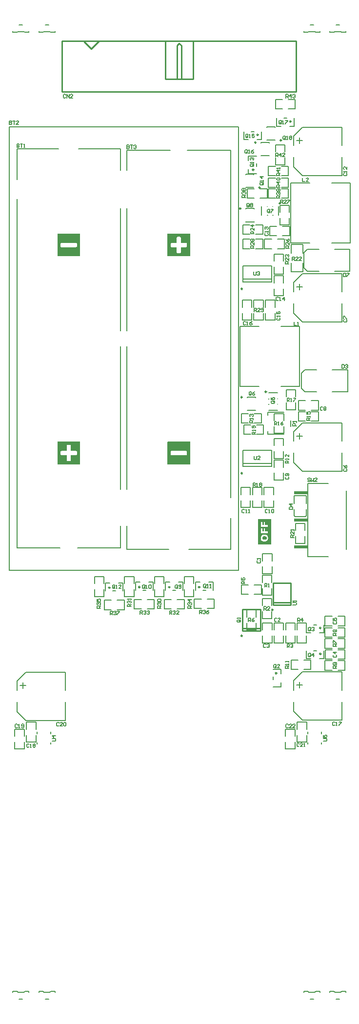
<source format=gto>
G04*
G04 #@! TF.GenerationSoftware,Altium Limited,Altium Designer,18.0.12 (696)*
G04*
G04 Layer_Color=65535*
%FSLAX44Y44*%
%MOMM*%
G71*
G01*
G75*
%ADD10C,0.2500*%
%ADD11C,0.1000*%
%ADD12C,0.2000*%
%ADD13C,0.2540*%
%ADD14C,0.2286*%
%ADD15C,0.1500*%
%ADD16R,2.4130X0.5080*%
G36*
X409000Y-834000D02*
X386537D01*
Y-790059D01*
X409000D01*
Y-834000D01*
D02*
G37*
G36*
X268485Y-655852D02*
X268537Y-655904D01*
X268589Y-656008D01*
Y-694748D01*
Y-694800D01*
X268537Y-694853D01*
X268485Y-694905D01*
X268381Y-694957D01*
X229536D01*
X229484Y-694853D01*
X229432Y-694748D01*
Y-656008D01*
Y-655956D01*
Y-655904D01*
X229536Y-655852D01*
X229640Y-655800D01*
X268433D01*
X268485Y-655852D01*
D02*
G37*
G36*
X77485D02*
X77537Y-655904D01*
X77589Y-656008D01*
Y-694748D01*
Y-694800D01*
X77537Y-694853D01*
X77485Y-694905D01*
X77380Y-694957D01*
X38536D01*
X38484Y-694853D01*
X38432Y-694748D01*
Y-656008D01*
Y-655956D01*
Y-655904D01*
X38536Y-655852D01*
X38640Y-655800D01*
X77433D01*
X77485Y-655852D01*
D02*
G37*
G36*
X77516Y-294947D02*
X77568Y-295052D01*
Y-333792D01*
Y-333844D01*
Y-333896D01*
X77464Y-333948D01*
X77360Y-334000D01*
X38568D01*
X38515Y-333948D01*
X38463Y-333896D01*
X38411Y-333792D01*
Y-295052D01*
Y-295000D01*
X38463Y-294947D01*
X38515Y-294895D01*
X38619Y-294843D01*
X77464D01*
X77516Y-294947D01*
D02*
G37*
G36*
X268516D02*
X268568Y-295052D01*
Y-333792D01*
Y-333844D01*
Y-333896D01*
X268464Y-333948D01*
X268360Y-334000D01*
X229568D01*
X229515Y-333948D01*
X229463Y-333896D01*
X229411Y-333792D01*
Y-295052D01*
Y-295000D01*
X229463Y-294947D01*
X229515Y-294895D01*
X229620Y-294843D01*
X268464D01*
X268516Y-294947D01*
D02*
G37*
%LPC*%
G36*
X403745Y-795068D02*
X391791D01*
Y-803639D01*
X403745D01*
Y-795068D01*
D02*
G37*
G36*
Y-805761D02*
X391791D01*
Y-814332D01*
X403745D01*
Y-811253D01*
X398642D01*
Y-806163D01*
X396326D01*
Y-811253D01*
X394107D01*
Y-805761D01*
X403745D01*
D01*
D02*
G37*
G36*
X403995Y-816689D02*
X391541D01*
Y-828990D01*
D01*
Y-822847D01*
X391555Y-823374D01*
X391611Y-823873D01*
X391694Y-824331D01*
X391805Y-824774D01*
X391930Y-825177D01*
X392068Y-825551D01*
X392221Y-825884D01*
X392374Y-826189D01*
X392540Y-826466D01*
X392692Y-826702D01*
X392831Y-826896D01*
X392956Y-827063D01*
X393067Y-827201D01*
X393150Y-827285D01*
X393206Y-827354D01*
X393219Y-827368D01*
X393552Y-827659D01*
X393899Y-827909D01*
X394260Y-828117D01*
X394634Y-828311D01*
X395022Y-828463D01*
X395397Y-828588D01*
X395771Y-828699D01*
X396132Y-828782D01*
X396465Y-828852D01*
X396784Y-828907D01*
X397061Y-828935D01*
X397311Y-828963D01*
X397505Y-828977D01*
X397588Y-828990D01*
X397782D01*
X398309Y-828977D01*
X398795Y-828921D01*
X399266Y-828838D01*
X399696Y-828741D01*
X400098Y-828616D01*
X400473Y-828477D01*
X400819Y-828325D01*
X401124Y-828172D01*
X401402Y-828034D01*
X401638Y-827881D01*
X401846Y-827742D01*
X402012Y-827617D01*
X402137Y-827520D01*
X402234Y-827437D01*
X402303Y-827382D01*
X402317Y-827368D01*
X402608Y-827049D01*
X402872Y-826702D01*
X403094Y-826342D01*
X403288Y-825967D01*
X403454Y-825593D01*
X403579Y-825218D01*
X403690Y-824844D01*
X403787Y-824497D01*
X403857Y-824150D01*
X403912Y-823845D01*
X403940Y-823568D01*
X403967Y-823318D01*
X403981Y-823124D01*
X403995Y-823041D01*
Y-822847D01*
X403981Y-822320D01*
X403926Y-821821D01*
X403843Y-821363D01*
X403732Y-820919D01*
X403607Y-820517D01*
X403468Y-820142D01*
X403316Y-819809D01*
X403149Y-819504D01*
X402997Y-819227D01*
X402844Y-818991D01*
X402705Y-818797D01*
X402581Y-818631D01*
X402470Y-818492D01*
X402386Y-818395D01*
X402331Y-818339D01*
X402317Y-818326D01*
X401984Y-818034D01*
X401638Y-817785D01*
X401277Y-817563D01*
X400902Y-817383D01*
X400528Y-817216D01*
X400140Y-817091D01*
X399779Y-816980D01*
X399419Y-816897D01*
X399086Y-816828D01*
X398781Y-816772D01*
X398489Y-816745D01*
X398254Y-816717D01*
X398060Y-816703D01*
X397907Y-816689D01*
X403995D01*
D02*
G37*
%LPD*%
G36*
X403745Y-800560D02*
X398642D01*
Y-795471D01*
X396326D01*
Y-800560D01*
X394107D01*
Y-795068D01*
X403745D01*
Y-800560D01*
D02*
G37*
G36*
X397255Y-816703D02*
X396756Y-816758D01*
X396284Y-816842D01*
X395854Y-816953D01*
X395438Y-817077D01*
X395064Y-817216D01*
X394731Y-817355D01*
X394412Y-817507D01*
X394149Y-817674D01*
X393899Y-817812D01*
X393691Y-817951D01*
X393525Y-818076D01*
X393400Y-818187D01*
X393303Y-818270D01*
X393233Y-818326D01*
X393219Y-818339D01*
X392928Y-818659D01*
X392665Y-819005D01*
X392443Y-819366D01*
X392249Y-819740D01*
X392082Y-820115D01*
X391957Y-820489D01*
X391847Y-820850D01*
X391749Y-821210D01*
X391680Y-821543D01*
X391625Y-821848D01*
X391597Y-822126D01*
X391569Y-822375D01*
X391555Y-822569D01*
X391541Y-822722D01*
Y-816689D01*
X397782D01*
X397255Y-816703D01*
D02*
G37*
G36*
X398129Y-819907D02*
X398462Y-819921D01*
X398753Y-819962D01*
X399016Y-820004D01*
X399224Y-820045D01*
X399308Y-820059D01*
X399377Y-820073D01*
X399446Y-820087D01*
X399488Y-820101D01*
X399502Y-820115D01*
X399516D01*
X399779Y-820212D01*
X400029Y-820309D01*
X400251Y-820420D01*
X400431Y-820531D01*
X400597Y-820628D01*
X400708Y-820711D01*
X400778Y-820767D01*
X400805Y-820780D01*
X400972Y-820933D01*
X401124Y-821099D01*
X401235Y-821252D01*
X401346Y-821404D01*
X401416Y-821529D01*
X401471Y-821626D01*
X401499Y-821696D01*
X401513Y-821723D01*
X401582Y-821917D01*
X401638Y-822126D01*
X401679Y-822306D01*
X401707Y-822486D01*
X401721Y-822625D01*
X401735Y-822750D01*
Y-822847D01*
X401721Y-823069D01*
X401693Y-823263D01*
X401665Y-823457D01*
X401624Y-823623D01*
X401582Y-823762D01*
X401540Y-823873D01*
X401527Y-823942D01*
X401513Y-823970D01*
X401416Y-824164D01*
X401305Y-824344D01*
X401194Y-824497D01*
X401083Y-824636D01*
X400986Y-824747D01*
X400902Y-824830D01*
X400833Y-824885D01*
X400819Y-824899D01*
X400625Y-825038D01*
X400431Y-825177D01*
X400223Y-825288D01*
X400029Y-825371D01*
X399862Y-825454D01*
X399724Y-825509D01*
X399668Y-825523D01*
X399627Y-825537D01*
X399613Y-825551D01*
X399599D01*
X399308Y-825634D01*
X399003Y-825690D01*
X398698Y-825731D01*
X398406Y-825759D01*
X398157Y-825773D01*
X398046D01*
X397962Y-825787D01*
X397879D01*
X397824D01*
X397796D01*
X397782D01*
X397408Y-825773D01*
X397061Y-825745D01*
X396742Y-825704D01*
X396479Y-825662D01*
X396257Y-825620D01*
X396160Y-825593D01*
X396090Y-825579D01*
X396035Y-825565D01*
X395993Y-825551D01*
X395965Y-825537D01*
X395951D01*
X395674Y-825440D01*
X395424Y-825329D01*
X395203Y-825218D01*
X395036Y-825121D01*
X394884Y-825024D01*
X394787Y-824955D01*
X394717Y-824899D01*
X394703Y-824885D01*
X394537Y-824719D01*
X394398Y-824553D01*
X394287Y-824400D01*
X394190Y-824247D01*
X394121Y-824123D01*
X394065Y-824025D01*
X394038Y-823970D01*
X394024Y-823942D01*
X393955Y-823748D01*
X393899Y-823554D01*
X393857Y-823374D01*
X393830Y-823207D01*
X393816Y-823055D01*
X393802Y-822944D01*
Y-822847D01*
X393816Y-822625D01*
X393830Y-822431D01*
X393871Y-822236D01*
X393913Y-822070D01*
X393955Y-821931D01*
X393982Y-821834D01*
X394010Y-821765D01*
X394024Y-821737D01*
X394121Y-821543D01*
X394232Y-821363D01*
X394343Y-821196D01*
X394454Y-821058D01*
X394551Y-820947D01*
X394634Y-820863D01*
X394689Y-820808D01*
X394717Y-820794D01*
X394911Y-820656D01*
X395106Y-820517D01*
X395314Y-820406D01*
X395508Y-820323D01*
X395688Y-820239D01*
X395827Y-820184D01*
X395882Y-820170D01*
X395924Y-820156D01*
X395938Y-820142D01*
X395951D01*
X396243Y-820059D01*
X396548Y-820004D01*
X396853Y-819948D01*
X397144Y-819921D01*
X397394Y-819907D01*
X397491D01*
X397588Y-819893D01*
X397671D01*
X397727D01*
X397754D01*
X397768D01*
X398129Y-819907D01*
D02*
G37*
%LPC*%
G36*
X261663Y-671786D02*
X236305D01*
X236097Y-671838D01*
X235837Y-671942D01*
X235524Y-672098D01*
X235212Y-672306D01*
X234952Y-672567D01*
X234743Y-672983D01*
X234691Y-673452D01*
Y-677305D01*
Y-677357D01*
X234743Y-677565D01*
X234847Y-677826D01*
X234952Y-678138D01*
X235212Y-678450D01*
X235472Y-678711D01*
X235889Y-678919D01*
X236357Y-678971D01*
X261716D01*
X261924Y-678919D01*
X262184Y-678815D01*
X262497Y-678711D01*
X262809Y-678450D01*
X263069Y-678190D01*
X263278Y-677774D01*
X263330Y-677305D01*
Y-673452D01*
Y-673400D01*
X263278Y-673191D01*
X263174Y-672931D01*
X263017Y-672619D01*
X262809Y-672306D01*
X262549Y-672046D01*
X262132Y-671838D01*
X261663Y-671786D01*
D02*
G37*
G36*
X59937Y-661059D02*
X56032D01*
X55823Y-661111D01*
X55563Y-661215D01*
X55251Y-661372D01*
X54938Y-661580D01*
X54678Y-661840D01*
X54470Y-662257D01*
X54418Y-662725D01*
Y-671577D01*
Y-671629D01*
X54366Y-671681D01*
X54314Y-671733D01*
X54209Y-671786D01*
X45305D01*
X45097Y-671838D01*
X44837Y-671942D01*
X44524Y-672098D01*
X44212Y-672306D01*
X43952Y-672567D01*
X43743Y-672983D01*
X43691Y-673452D01*
Y-677305D01*
Y-677357D01*
X43743Y-677565D01*
X43847Y-677826D01*
X43952Y-678138D01*
X44212Y-678450D01*
X44472Y-678711D01*
X44889Y-678919D01*
X45357Y-678971D01*
X54261D01*
X54314Y-679023D01*
X54366Y-679075D01*
X54418Y-679179D01*
Y-688031D01*
Y-688083D01*
X54470Y-688292D01*
X54574Y-688552D01*
X54678Y-688865D01*
X54938Y-689177D01*
X55199Y-689437D01*
X55615Y-689645D01*
X56084Y-689698D01*
X59989D01*
X60197Y-689645D01*
X60458Y-689541D01*
X60770Y-689437D01*
X61083Y-689177D01*
X61343Y-688916D01*
X61551Y-688500D01*
X61603Y-688031D01*
Y-679179D01*
Y-679127D01*
Y-679075D01*
X61707Y-679023D01*
X61812Y-678971D01*
X70715D01*
X70924Y-678919D01*
X71184Y-678815D01*
X71497Y-678711D01*
X71809Y-678450D01*
X72069Y-678190D01*
X72278Y-677774D01*
X72330Y-677305D01*
Y-673452D01*
Y-673400D01*
X72278Y-673191D01*
X72174Y-672931D01*
X72017Y-672619D01*
X71809Y-672306D01*
X71549Y-672046D01*
X71132Y-671838D01*
X70663Y-671786D01*
X61760D01*
X61707Y-671733D01*
X61655Y-671681D01*
X61603Y-671577D01*
Y-662725D01*
Y-662673D01*
X61551Y-662465D01*
X61447Y-662205D01*
X61291Y-661892D01*
X61083Y-661580D01*
X60822Y-661319D01*
X60406Y-661111D01*
X59937Y-661059D01*
D02*
G37*
G36*
X70643Y-310829D02*
X45285D01*
X45076Y-310881D01*
X44816Y-310985D01*
X44503Y-311089D01*
X44191Y-311350D01*
X43931Y-311610D01*
X43722Y-312027D01*
X43670Y-312495D01*
Y-316348D01*
Y-316400D01*
X43722Y-316609D01*
X43826Y-316869D01*
X43983Y-317181D01*
X44191Y-317494D01*
X44451Y-317754D01*
X44868Y-317962D01*
X45337Y-318015D01*
X70695D01*
X70903Y-317962D01*
X71163Y-317858D01*
X71476Y-317702D01*
X71788Y-317494D01*
X72049Y-317234D01*
X72257Y-316817D01*
X72309Y-316348D01*
Y-312495D01*
Y-312443D01*
X72257Y-312235D01*
X72153Y-311974D01*
X72049Y-311662D01*
X71788Y-311350D01*
X71528Y-311089D01*
X71111Y-310881D01*
X70643Y-310829D01*
D02*
G37*
G36*
X250916Y-300102D02*
X247011D01*
X246803Y-300154D01*
X246542Y-300259D01*
X246230Y-300363D01*
X245917Y-300623D01*
X245657Y-300884D01*
X245449Y-301300D01*
X245397Y-301769D01*
Y-310621D01*
Y-310673D01*
Y-310725D01*
X245293Y-310777D01*
X245189Y-310829D01*
X236285D01*
X236076Y-310881D01*
X235816Y-310985D01*
X235504Y-311089D01*
X235191Y-311350D01*
X234931Y-311610D01*
X234722Y-312027D01*
X234670Y-312495D01*
Y-316348D01*
Y-316400D01*
X234722Y-316609D01*
X234827Y-316869D01*
X234983Y-317181D01*
X235191Y-317494D01*
X235451Y-317754D01*
X235868Y-317962D01*
X236337Y-318015D01*
X245241D01*
X245293Y-318067D01*
X245345Y-318119D01*
X245397Y-318223D01*
Y-327075D01*
Y-327127D01*
X245449Y-327335D01*
X245553Y-327595D01*
X245709Y-327908D01*
X245917Y-328220D01*
X246178Y-328481D01*
X246594Y-328689D01*
X247063Y-328741D01*
X250968D01*
X251176Y-328689D01*
X251437Y-328585D01*
X251749Y-328428D01*
X252062Y-328220D01*
X252322Y-327960D01*
X252530Y-327543D01*
X252582Y-327075D01*
Y-318223D01*
Y-318171D01*
X252635Y-318119D01*
X252687Y-318067D01*
X252791Y-318015D01*
X261695D01*
X261903Y-317962D01*
X262163Y-317858D01*
X262476Y-317702D01*
X262788Y-317494D01*
X263048Y-317234D01*
X263257Y-316817D01*
X263309Y-316348D01*
Y-312495D01*
Y-312443D01*
X263257Y-312235D01*
X263153Y-311974D01*
X263048Y-311662D01*
X262788Y-311350D01*
X262528Y-311089D01*
X262111Y-310881D01*
X261643Y-310829D01*
X252739D01*
X252687Y-310777D01*
X252635Y-310725D01*
X252582Y-310621D01*
Y-301769D01*
Y-301717D01*
X252530Y-301508D01*
X252426Y-301248D01*
X252322Y-300935D01*
X252062Y-300623D01*
X251801Y-300363D01*
X251385Y-300154D01*
X250916Y-300102D01*
D02*
G37*
%LPD*%
D10*
X419218Y-1057384D02*
G03*
X419218Y-1057384I-1250J0D01*
G01*
X285634Y-908032D02*
G03*
X285634Y-908032I-1250J0D01*
G01*
X129634Y-909032D02*
G03*
X129634Y-909032I-1250J0D01*
G01*
X379282Y-183616D02*
G03*
X379282Y-183616I-1250J0D01*
G01*
X181634Y-908032D02*
G03*
X181634Y-908032I-1250J0D01*
G01*
X233634D02*
G03*
X233634Y-908032I-1250J0D01*
G01*
X386866Y-122968D02*
G03*
X386866Y-122968I-1250J0D01*
G01*
X443866Y-99968D02*
G03*
X443866Y-99968I-1250J0D01*
G01*
X495866Y-978968D02*
G03*
X495866Y-978968I-1250J0D01*
G01*
X495866Y-1023968D02*
G03*
X495866Y-1023968I-1250J0D01*
G01*
X401250Y-569000D02*
G03*
X401250Y-569000I-1250J0D01*
G01*
X425750Y-242000D02*
G03*
X425750Y-242000I-1250J0D01*
G01*
X359600Y-710400D02*
G03*
X359600Y-710400I-1250J0D01*
G01*
X359500Y-992500D02*
G03*
X359500Y-992500I-1250J0D01*
G01*
X412500Y-947500D02*
G03*
X412500Y-947500I-1250J0D01*
G01*
X359250Y-578500D02*
G03*
X359250Y-578500I-1250J0D01*
G01*
X359600Y-390400D02*
G03*
X359600Y-390400I-1250J0D01*
G01*
X356750Y-251000D02*
G03*
X356750Y-251000I-1250J0D01*
G01*
X427250Y-132500D02*
G03*
X427250Y-132500I-1250J0D01*
G01*
X390250Y-214500D02*
G03*
X390250Y-214500I-1250J0D01*
G01*
X383250Y-136500D02*
G03*
X383250Y-136500I-1250J0D01*
G01*
D11*
X3500Y-1184500D02*
G03*
X3500Y-1184500I-500J0D01*
G01*
X473500D02*
G03*
X473500Y-1184500I-500J0D01*
G01*
D12*
X426350Y-1081240D02*
Y-1073620D01*
Y-1058380D02*
Y-1050760D01*
X412380Y-1068540D02*
Y-1063460D01*
Y-1081240D02*
X426350D01*
X412380Y-1050760D02*
X426350D01*
X277760Y-913620D02*
Y-899650D01*
X308240Y-913620D02*
Y-899650D01*
X290460Y-913620D02*
X295540D01*
X277760Y-899650D02*
X285380D01*
X300620D02*
X308240D01*
X144620Y-900650D02*
X152240D01*
X121760D02*
X129380D01*
X134460Y-914620D02*
X139540D01*
X152240D02*
Y-900650D01*
X121760Y-914620D02*
Y-900650D01*
X369650Y-190240D02*
X383620D01*
X369650Y-159760D02*
X383620D01*
Y-177540D02*
Y-172460D01*
X369650Y-190240D02*
Y-182620D01*
Y-167380D02*
Y-159760D01*
X196620Y-899650D02*
X204240D01*
X173760D02*
X181380D01*
X186460Y-913620D02*
X191540D01*
X204240D02*
Y-899650D01*
X173760Y-913620D02*
Y-899650D01*
X225760Y-913620D02*
Y-899650D01*
X256240Y-913620D02*
Y-899650D01*
X238460Y-913620D02*
X243540D01*
X225760Y-899650D02*
X233380D01*
X248620D02*
X256240D01*
X361760Y-131350D02*
X369380D01*
X384620D02*
X392240D01*
X374460Y-117380D02*
X379540D01*
X361760Y-131350D02*
Y-117380D01*
X392240Y-131350D02*
Y-117380D01*
X449240Y-108350D02*
Y-94380D01*
X418760Y-108350D02*
Y-94380D01*
X431460D02*
X436540D01*
X441620Y-108350D02*
X449240D01*
X418760D02*
X426380D01*
X501240Y-987350D02*
Y-973380D01*
X470760Y-987350D02*
Y-973380D01*
X483460D02*
X488540D01*
X493620Y-987350D02*
X501240D01*
X470760D02*
X478380D01*
X470760Y-1032350D02*
X478380D01*
X493620D02*
X501240D01*
X483460Y-1018380D02*
X488540D01*
X470760Y-1032350D02*
Y-1018380D01*
X501240Y-1032350D02*
Y-1018380D01*
X420620Y-590572D02*
Y-590318D01*
Y-581174D02*
Y-580920D01*
X405380Y-590826D02*
Y-590572D01*
Y-581428D02*
Y-581174D01*
Y-571000D02*
X420620D01*
X405380Y-601000D02*
X420620D01*
X392500Y-262620D02*
Y-247380D01*
X422500Y-262620D02*
Y-247380D01*
X412072D02*
X412326D01*
X402674D02*
X402928D01*
X412326Y-262620D02*
X412580D01*
X402928D02*
X403182D01*
X339000Y-753000D02*
X339000Y-150200D01*
Y-842700D02*
Y-788000D01*
X266000Y-842700D02*
X339000D01*
X159000D02*
X232000D01*
X159000D02*
Y-802000D01*
X159000Y-490000D02*
X159000Y-738000D01*
Y-185000D02*
Y-150200D01*
Y-463000D02*
Y-251000D01*
X264000Y-150200D02*
X339000D01*
X159000D02*
X234000D01*
X-32000Y-201000D02*
Y-147700D01*
X-32000Y-235000D02*
X-32000Y-840200D01*
X73000D02*
X148000D01*
X-32000D02*
X43000D01*
X148000D02*
Y-802000D01*
X148000Y-490000D02*
X148000Y-738000D01*
Y-185000D02*
Y-147700D01*
Y-463000D02*
Y-251000D01*
X75000Y-147700D02*
X148000D01*
X-32000D02*
X40000D01*
X443728Y-1051128D02*
Y-1034872D01*
X455920D01*
X443728Y-1051128D02*
X455920D01*
X466080Y-1034872D02*
X478272D01*
X466080Y-1051128D02*
X478272D01*
Y-1034872D01*
X502728Y-995128D02*
Y-978872D01*
X514920D01*
X502728Y-995128D02*
X514920D01*
X525080Y-978872D02*
X537272D01*
X525080Y-995128D02*
X537272D01*
Y-978872D01*
X502728Y-1052128D02*
Y-1035872D01*
X514920D01*
X502728Y-1052128D02*
X514920D01*
X525080Y-1035872D02*
X537272D01*
X525080Y-1052128D02*
X537272D01*
Y-1035872D01*
X502960Y-1016618D02*
X515160D01*
X502960Y-1033382D02*
Y-1016618D01*
Y-1033382D02*
X515160D01*
X525160D02*
X537360D01*
Y-1016618D01*
X525160D02*
X537360D01*
X537272Y-1014128D02*
Y-997872D01*
X525080Y-1014128D02*
X537272D01*
X525080Y-997872D02*
X537272D01*
X502728Y-1014128D02*
X514920D01*
X502728Y-997872D02*
X514920D01*
X502728Y-1014128D02*
Y-997872D01*
X525000Y-975132D02*
X537200D01*
Y-958368D01*
X525000D02*
X537200D01*
X502800D02*
X515000D01*
X502800Y-975132D02*
Y-958368D01*
Y-975132D02*
X515000D01*
X451872Y-832272D02*
X468128D01*
X451872D02*
Y-820080D01*
X468128Y-832272D02*
Y-820080D01*
X451872Y-809920D02*
Y-797728D01*
X468128Y-809920D02*
Y-797728D01*
X451872D02*
X468128D01*
X470500Y-784340D02*
Y-772840D01*
X468750Y-786090D02*
X470500Y-784340D01*
X451250Y-786090D02*
X468750D01*
X449500Y-784340D02*
Y-772840D01*
Y-784340D02*
X451250Y-786090D01*
X470500Y-762840D02*
Y-749590D01*
X449500D02*
X470500D01*
X449500Y-762840D02*
Y-749590D01*
X394118Y-1004700D02*
Y-992500D01*
Y-1004700D02*
X410882D01*
Y-992500D01*
Y-982500D02*
Y-970300D01*
X394118D02*
X410882D01*
X394118Y-982500D02*
Y-970300D01*
X414872Y-606728D02*
X431128D01*
Y-618920D02*
Y-606728D01*
X414872Y-618920D02*
Y-606728D01*
X431128Y-641272D02*
Y-629080D01*
X414872Y-641272D02*
Y-629080D01*
Y-641272D02*
X431128D01*
X403680Y-643050D02*
X431620D01*
X403680D02*
Y-637970D01*
Y-610030D02*
Y-604950D01*
X431620D01*
X443050Y-629080D02*
Y-618920D01*
X-45500Y-108900D02*
X352500Y-108900D01*
Y-878900D02*
Y-108900D01*
X-45500Y-878900D02*
Y-108900D01*
Y-878900D02*
X352500Y-878900D01*
X466000Y-1611500D02*
Y-1610000D01*
X494000Y-1611500D02*
Y-1610000D01*
X466000D02*
X473000D01*
X475000Y-1611000D01*
X476000D01*
X485000D01*
X487000Y-1610000D01*
X494000D01*
X477000Y-1623000D02*
X483000D01*
X6000Y-1611500D02*
Y-1610000D01*
X34000Y-1611500D02*
Y-1610000D01*
X6000D02*
X13000D01*
X15000Y-1611000D01*
X16000D01*
X25000D01*
X27000Y-1610000D01*
X34000D01*
X17000Y-1623000D02*
X23000D01*
X154872Y-924272D02*
X171128D01*
X154872D02*
Y-912080D01*
X171128Y-924272D02*
Y-912080D01*
X154872Y-901920D02*
Y-889728D01*
X171128Y-901920D02*
Y-889728D01*
X154872D02*
X171128D01*
X360000Y-693810D02*
X410000D01*
X360000Y-698970D02*
Y-671030D01*
X410000Y-698970D02*
Y-671030D01*
X360000Y-698970D02*
X410000D01*
X360000Y-671030D02*
X410000D01*
X511000Y-1611500D02*
Y-1610000D01*
X539000Y-1611500D02*
Y-1610000D01*
X511000D02*
X518000D01*
X520000Y-1611000D01*
X521000D01*
X530000D01*
X532000Y-1610000D01*
X539000D01*
X522000Y-1623000D02*
X528000D01*
X258872Y-924272D02*
X275128D01*
X258872D02*
Y-912080D01*
X275128Y-924272D02*
Y-912080D01*
X258872Y-901920D02*
Y-889728D01*
X275128Y-901920D02*
Y-889728D01*
X258872D02*
X275128D01*
X206872D02*
X223128D01*
Y-901920D02*
Y-889728D01*
X206872Y-901920D02*
Y-889728D01*
X223128Y-924272D02*
Y-912080D01*
X206872Y-924272D02*
Y-912080D01*
Y-924272D02*
X223128D01*
X275728Y-945128D02*
Y-928872D01*
X287920D01*
X275728Y-945128D02*
X287920D01*
X298080Y-928872D02*
X310272D01*
X298080Y-945128D02*
X310272D01*
Y-928872D01*
X-28000Y-1623000D02*
X-22000D01*
X-18000Y-1610000D02*
X-11000D01*
X-20000Y-1611000D02*
X-18000Y-1610000D01*
X-29000Y-1611000D02*
X-20000D01*
X-30000D02*
X-29000D01*
X-32000Y-1610000D02*
X-30000Y-1611000D01*
X-39000Y-1610000D02*
X-32000D01*
X-11000Y-1611500D02*
Y-1610000D01*
X-39000Y-1611500D02*
Y-1610000D01*
X102872Y-924272D02*
X119128D01*
X102872D02*
Y-912080D01*
X119128Y-924272D02*
Y-912080D01*
X102872Y-901920D02*
Y-889728D01*
X119128Y-901920D02*
Y-889728D01*
X102872D02*
X119128D01*
X119728Y-947128D02*
Y-930872D01*
X131920D01*
X119728Y-947128D02*
X131920D01*
X142080Y-930872D02*
X154272D01*
X142080Y-947128D02*
X154272D01*
Y-930872D01*
X51910Y-1139410D02*
Y-1107660D01*
X-16670Y-1139410D02*
X51910D01*
X-31910Y-1124170D02*
X-16670Y-1139410D01*
X-31910Y-1124170D02*
Y-1107660D01*
Y-1087340D02*
Y-1070830D01*
X-16670Y-1055590D01*
X51910D01*
X-26830Y-1078450D02*
X-16750D01*
X-21750Y-1083450D02*
Y-1073370D01*
X51910Y-1087340D02*
Y-1055590D01*
X-19118Y-1166910D02*
Y-1154710D01*
X-35882D02*
X-19118D01*
X-35882Y-1166910D02*
Y-1154710D01*
Y-1189110D02*
Y-1176910D01*
Y-1189110D02*
X-19118D01*
Y-1176910D01*
X-15882Y-1176950D02*
Y-1164750D01*
Y-1176950D02*
X882D01*
Y-1164750D01*
Y-1154750D02*
Y-1142550D01*
X-15882D02*
X882D01*
X-15882Y-1154750D02*
Y-1142550D01*
X3000Y-1180500D02*
Y-1177550D01*
Y-1162450D02*
Y-1159500D01*
X27000Y-1162450D02*
Y-1159500D01*
Y-1180500D02*
Y-1177550D01*
X450882Y-1167000D02*
Y-1154800D01*
X434118D02*
X450882D01*
X434118Y-1167000D02*
Y-1154800D01*
Y-1189200D02*
Y-1177000D01*
Y-1189200D02*
X450882D01*
Y-1177000D01*
X497000Y-1180500D02*
Y-1177550D01*
Y-1162450D02*
Y-1159500D01*
X473000Y-1162450D02*
Y-1159500D01*
Y-1180500D02*
Y-1177550D01*
X454118Y-1176950D02*
Y-1164750D01*
Y-1176950D02*
X470882D01*
Y-1164750D01*
Y-1154750D02*
Y-1142550D01*
X454118D02*
X470882D01*
X454118Y-1154750D02*
Y-1142550D01*
X531910Y-1138910D02*
Y-1107160D01*
X463330Y-1138910D02*
X531910D01*
X448090Y-1123670D02*
X463330Y-1138910D01*
X448090Y-1123670D02*
Y-1107160D01*
Y-1086840D02*
Y-1070330D01*
X463330Y-1055090D01*
X531910D01*
X453170Y-1077950D02*
X463250D01*
X458250Y-1082950D02*
Y-1072870D01*
X531910Y-1086840D02*
Y-1055090D01*
X454372Y-1004772D02*
X470628D01*
X454372D02*
Y-992580D01*
X470628Y-1004772D02*
Y-992580D01*
X454372Y-982420D02*
Y-970228D01*
X470628Y-982420D02*
Y-970228D01*
X454372D02*
X470628D01*
X434372Y-1004772D02*
X450628D01*
X434372D02*
Y-992580D01*
X450628Y-1004772D02*
Y-992580D01*
X434372Y-982420D02*
Y-970228D01*
X450628Y-982420D02*
Y-970228D01*
X434372D02*
X450628D01*
X414118Y-982500D02*
Y-970300D01*
X430882D01*
Y-982500D02*
Y-970300D01*
Y-1004700D02*
Y-992500D01*
X414118Y-1004700D02*
X430882D01*
X414118D02*
Y-992500D01*
X366872Y-947728D02*
X383128D01*
Y-959920D02*
Y-947728D01*
X366872Y-959920D02*
Y-947728D01*
X383128Y-982272D02*
Y-970080D01*
X366872Y-982272D02*
Y-970080D01*
Y-982272D02*
X383128D01*
X357728Y-920628D02*
Y-904372D01*
X369920D01*
X357728Y-920628D02*
X369920D01*
X380080Y-904372D02*
X392272D01*
X380080Y-920628D02*
X392272D01*
Y-904372D01*
X394372Y-927888D02*
X410628D01*
Y-940080D02*
Y-927888D01*
X394372Y-940080D02*
Y-927888D01*
X410628Y-962432D02*
Y-950240D01*
X394372Y-962432D02*
Y-950240D01*
Y-962432D02*
X410628D01*
X394372Y-887568D02*
X410628D01*
Y-899760D02*
Y-887568D01*
X394372Y-899760D02*
Y-887568D01*
X410628Y-922112D02*
Y-909920D01*
X394372Y-922112D02*
Y-909920D01*
Y-922112D02*
X410628D01*
X410882Y-884700D02*
Y-872500D01*
X394118Y-884700D02*
X410882D01*
X394118D02*
Y-872500D01*
Y-862500D02*
Y-850300D01*
X410882D01*
Y-862500D02*
Y-850300D01*
X396618Y-747500D02*
Y-735300D01*
X413382D01*
Y-747500D02*
Y-735300D01*
Y-769700D02*
Y-757500D01*
X396618Y-769700D02*
X413382D01*
X396618D02*
Y-757500D01*
X376872Y-735228D02*
X393128D01*
Y-747420D02*
Y-735228D01*
X376872Y-747420D02*
Y-735228D01*
X393128Y-769772D02*
Y-757580D01*
X376872Y-769772D02*
Y-757580D01*
Y-769772D02*
X393128D01*
X356618Y-769700D02*
Y-757500D01*
Y-769700D02*
X373382D01*
Y-757500D01*
Y-747500D02*
Y-735300D01*
X356618D02*
X373382D01*
X356618Y-747500D02*
Y-735300D01*
X540150Y-842250D02*
Y-740650D01*
X472840Y-854950D02*
Y-727950D01*
X508400D01*
X472840Y-854950D02*
X508400D01*
X414372Y-650228D02*
X430628D01*
Y-662420D02*
Y-650228D01*
X414372Y-662420D02*
Y-650228D01*
X430628Y-684772D02*
Y-672580D01*
X414372Y-684772D02*
Y-672580D01*
Y-684772D02*
X430628D01*
X414118Y-700000D02*
Y-687800D01*
X430882D01*
Y-700000D02*
Y-687800D01*
Y-722200D02*
Y-710000D01*
X414118Y-722200D02*
X430882D01*
X414118D02*
Y-710000D01*
X491272Y-620128D02*
Y-603872D01*
X479080Y-620128D02*
X491272D01*
X479080Y-603872D02*
X491272D01*
X456728Y-620128D02*
X468920D01*
X456728Y-603872D02*
X468920D01*
X456728Y-620128D02*
Y-603872D01*
X361568Y-643128D02*
Y-626872D01*
X373760D01*
X361568Y-643128D02*
X373760D01*
X383920Y-626872D02*
X396112D01*
X383920Y-643128D02*
X396112D01*
Y-626872D01*
X392272Y-623128D02*
Y-606872D01*
X380080Y-623128D02*
X392272D01*
X380080Y-606872D02*
X392272D01*
X357728Y-623128D02*
X369920D01*
X357728Y-606872D02*
X369920D01*
X357728Y-623128D02*
Y-606872D01*
X531910Y-706910D02*
Y-675160D01*
X463330Y-706910D02*
X531910D01*
X448090Y-691670D02*
X463330Y-706910D01*
X448090Y-691670D02*
Y-675160D01*
Y-654840D02*
Y-638330D01*
X463330Y-623090D01*
X531910D01*
X453170Y-645950D02*
X463250D01*
X458250Y-650950D02*
Y-640870D01*
X531910Y-654840D02*
Y-623090D01*
X515500Y-531000D02*
X542000D01*
Y-569000D02*
Y-531000D01*
X515500Y-569000D02*
X542000D01*
X468000Y-531000D02*
X488500D01*
X462000Y-563000D02*
Y-537000D01*
X468000Y-569000D02*
X488500D01*
X462000Y-537000D02*
X468000Y-531000D01*
X462000Y-563000D02*
X468000Y-569000D01*
X456800Y-601382D02*
X469000D01*
X456800D02*
Y-584618D01*
X469000D01*
X479000D02*
X491200D01*
Y-601382D02*
Y-584618D01*
X479000Y-601382D02*
X491200D01*
X435872Y-565728D02*
X452128D01*
Y-577920D02*
Y-565728D01*
X435872Y-577920D02*
Y-565728D01*
X452128Y-600272D02*
Y-588080D01*
X435872Y-600272D02*
Y-588080D01*
Y-600272D02*
X452128D01*
X368000Y-601500D02*
Y-601000D01*
X382000Y-601500D02*
Y-601000D01*
X368000Y-579000D02*
Y-578500D01*
X382000Y-579000D02*
Y-578500D01*
X368000D02*
X382000D01*
X368000Y-601500D02*
X382000D01*
X458500Y-560000D02*
Y-456000D01*
X355500D02*
X388000D01*
X355500Y-560000D02*
Y-456000D01*
Y-560000D02*
X388000D01*
X426000D02*
X458500D01*
X426000Y-456000D02*
X458500D01*
X399118Y-444700D02*
Y-432500D01*
Y-444700D02*
X415882D01*
Y-432500D01*
Y-422500D02*
Y-410300D01*
X399118D02*
X415882D01*
X399118Y-422500D02*
Y-410300D01*
X359118Y-444540D02*
Y-432340D01*
Y-444540D02*
X375882D01*
Y-432340D01*
Y-422340D02*
Y-410140D01*
X359118D02*
X375882D01*
X359118Y-422340D02*
Y-410140D01*
X379212Y-410068D02*
X395468D01*
Y-422260D02*
Y-410068D01*
X379212Y-422260D02*
Y-410068D01*
X395468Y-444612D02*
Y-432420D01*
X379212Y-444612D02*
Y-432420D01*
Y-444612D02*
X395468D01*
X414118Y-402360D02*
Y-390160D01*
Y-402360D02*
X430882D01*
Y-390160D01*
Y-380160D02*
Y-367960D01*
X414118D02*
X430882D01*
X414118Y-380160D02*
Y-367960D01*
X414372Y-364772D02*
X430628D01*
X414372D02*
Y-352580D01*
X430628Y-364772D02*
Y-352580D01*
X414372Y-342420D02*
Y-330228D01*
X430628Y-342420D02*
Y-330228D01*
X414372D02*
X430628D01*
X397728Y-320628D02*
Y-304372D01*
X409920D01*
X397728Y-320628D02*
X409920D01*
X420080Y-304372D02*
X432272D01*
X420080Y-320628D02*
X432272D01*
Y-304372D01*
X360000Y-351030D02*
X410000D01*
X360000Y-378970D02*
X410000D01*
Y-351030D01*
X360000Y-378970D02*
Y-351030D01*
Y-373810D02*
X410000D01*
X394772Y-320628D02*
Y-304372D01*
X382580Y-320628D02*
X394772D01*
X382580Y-304372D02*
X394772D01*
X360228Y-320628D02*
X372420D01*
X360228Y-304372D02*
X372420D01*
X360228Y-320628D02*
Y-304372D01*
X394772Y-295628D02*
Y-279372D01*
X382580Y-295628D02*
X394772D01*
X382580Y-279372D02*
X394772D01*
X360228Y-295628D02*
X372420D01*
X360228Y-279372D02*
X372420D01*
X360228Y-295628D02*
Y-279372D01*
X406800Y-281618D02*
X419000D01*
X406800Y-298382D02*
Y-281618D01*
Y-298382D02*
X419000D01*
X429000D02*
X441200D01*
Y-281618D01*
X429000D02*
X441200D01*
X424372Y-245228D02*
X440628D01*
Y-257420D02*
Y-245228D01*
X424372Y-257420D02*
Y-245228D01*
X440628Y-279772D02*
Y-267580D01*
X424372Y-279772D02*
Y-267580D01*
Y-279772D02*
X440628D01*
X365500Y-274000D02*
Y-273500D01*
X379500Y-274000D02*
Y-273500D01*
X365500Y-251500D02*
Y-251000D01*
X379500Y-251500D02*
Y-251000D01*
X365500D02*
X379500D01*
X365500Y-274000D02*
X379500D01*
X519500Y-322000D02*
X546000D01*
Y-360000D02*
Y-322000D01*
X519500Y-360000D02*
X546000D01*
X472000Y-322000D02*
X492500D01*
X466000Y-354000D02*
Y-328000D01*
X472000Y-360000D02*
X492500D01*
X466000Y-328000D02*
X472000Y-322000D01*
X466000Y-354000D02*
X472000Y-360000D01*
X531910Y-447910D02*
Y-416160D01*
X463330Y-447910D02*
X531910D01*
X448090Y-432670D02*
X463330Y-447910D01*
X448090Y-432670D02*
Y-416160D01*
Y-395840D02*
Y-379330D01*
X463330Y-364090D01*
X531910D01*
X453170Y-386950D02*
X463250D01*
X458250Y-391950D02*
Y-381870D01*
X531910Y-395840D02*
Y-364090D01*
Y-141840D02*
Y-110090D01*
X458250Y-137950D02*
Y-127870D01*
X453170Y-132950D02*
X463250D01*
X463330Y-110090D02*
X531910D01*
X448090Y-125330D02*
X463330Y-110090D01*
X448090Y-141840D02*
Y-125330D01*
Y-178670D02*
Y-162160D01*
Y-178670D02*
X463330Y-193910D01*
X531910D01*
Y-162160D01*
X416728Y-78128D02*
Y-61872D01*
X428920D01*
X416728Y-78128D02*
X428920D01*
X439080Y-61872D02*
X451272D01*
X439080Y-78128D02*
X451272D01*
Y-61872D01*
X402000Y-109500D02*
X416000D01*
X402000Y-132500D02*
X416000D01*
X402000D02*
Y-132000D01*
X416000Y-132500D02*
Y-132000D01*
X402000Y-110000D02*
Y-109500D01*
X416000Y-110000D02*
Y-109500D01*
X439272Y-194128D02*
Y-177872D01*
X427080Y-194128D02*
X439272D01*
X427080Y-177872D02*
X439272D01*
X404728Y-194128D02*
X416920D01*
X404728Y-177872D02*
X416920D01*
X404728Y-194128D02*
Y-177872D01*
X416872Y-175112D02*
X433128D01*
X416872D02*
Y-162920D01*
X433128Y-175112D02*
Y-162920D01*
X416872Y-152760D02*
Y-140568D01*
X433128Y-152760D02*
Y-140568D01*
X416872D02*
X433128D01*
X439272Y-214128D02*
Y-197872D01*
X427080Y-214128D02*
X439272D01*
X427080Y-197872D02*
X439272D01*
X404728Y-214128D02*
X416920D01*
X404728Y-197872D02*
X416920D01*
X404728Y-214128D02*
Y-197872D01*
X439272Y-233128D02*
Y-216872D01*
X427080Y-233128D02*
X439272D01*
X427080Y-216872D02*
X439272D01*
X404728Y-233128D02*
X416920D01*
X404728Y-216872D02*
X416920D01*
X404728Y-233128D02*
Y-216872D01*
X367728Y-233128D02*
Y-216872D01*
X379920D01*
X367728Y-233128D02*
X379920D01*
X390080Y-216872D02*
X402272D01*
X390080Y-233128D02*
X402272D01*
Y-216872D01*
X365000Y-191500D02*
X379000D01*
X365000Y-214500D02*
X379000D01*
X365000D02*
Y-214000D01*
X379000Y-214500D02*
Y-214000D01*
X365000Y-192000D02*
Y-191500D01*
X379000Y-192000D02*
Y-191500D01*
X392000Y-159500D02*
X406000D01*
X392000Y-136500D02*
X406000D01*
Y-137000D02*
Y-136500D01*
X392000Y-137000D02*
Y-136500D01*
X406000Y-159500D02*
Y-159000D01*
X392000Y-159500D02*
Y-159000D01*
X546500Y-310500D02*
Y-206500D01*
X443500D02*
X476000D01*
X443500Y-310500D02*
Y-206500D01*
Y-310500D02*
X476000D01*
X514000D02*
X546500D01*
X514000Y-206500D02*
X546500D01*
X443840Y-313400D02*
X464160D01*
X443840Y-328500D02*
Y-313400D01*
X464160Y-328500D02*
Y-313400D01*
X443840Y-360622D02*
Y-345500D01*
X464160Y-360622D02*
Y-345500D01*
X443840Y-360622D02*
X464160D01*
X258272Y-946128D02*
Y-929872D01*
X246080Y-946128D02*
X258272D01*
X246080Y-929872D02*
X258272D01*
X223728Y-946128D02*
X235920D01*
X223728Y-929872D02*
X235920D01*
X223728Y-946128D02*
Y-929872D01*
X206272Y-946128D02*
Y-929872D01*
X194080Y-946128D02*
X206272D01*
X194080Y-929872D02*
X206272D01*
X171728Y-946128D02*
X183920D01*
X171728Y-929872D02*
X183920D01*
X171728Y-946128D02*
Y-929872D01*
X34000Y55000D02*
Y56500D01*
X6000Y55000D02*
Y56500D01*
X27000Y55000D02*
X34000D01*
X25000Y56000D02*
X27000Y55000D01*
X24000Y56000D02*
X25000D01*
X15000D02*
X24000D01*
X13000Y55000D02*
X15000Y56000D01*
X6000Y55000D02*
X13000D01*
X17000Y68000D02*
X23000D01*
X-11000Y55000D02*
Y56500D01*
X-39000Y55000D02*
Y56500D01*
X-18000Y55000D02*
X-11000D01*
X-20000Y56000D02*
X-18000Y55000D01*
X-21000Y56000D02*
X-20000D01*
X-30000D02*
X-21000D01*
X-32000Y55000D02*
X-30000Y56000D01*
X-39000Y55000D02*
X-32000D01*
X-28000Y68000D02*
X-22000D01*
X477000D02*
X483000D01*
X466000Y55000D02*
X473000D01*
X475000Y56000D01*
X484000D01*
X485000D01*
X487000Y55000D01*
X494000D01*
X466000D02*
Y56500D01*
X494000Y55000D02*
Y56500D01*
X522000Y68000D02*
X528000D01*
X511000Y55000D02*
X518000D01*
X520000Y56000D01*
X529000D01*
X530000D01*
X532000Y55000D01*
X539000D01*
X511000D02*
Y56500D01*
X539000Y55000D02*
Y56500D01*
D13*
X84249Y39173D02*
X97330Y26092D01*
X110538Y39300D01*
X273860Y-25724D02*
Y39300D01*
X225600Y-26232D02*
Y39300D01*
Y-26232D02*
X273860D01*
X245920D02*
Y31680D01*
X249730Y35490D01*
X253540Y31680D01*
Y-26232D02*
Y31680D01*
X452800Y-48700D02*
Y39300D01*
X46400D02*
X452800D01*
X46400Y-48700D02*
X452800D01*
X46400D02*
Y39300D01*
D14*
X359500Y-983750D02*
Y-946250D01*
X390500Y-983750D02*
Y-946250D01*
X359500Y-983750D02*
X390500D01*
X359500Y-946250D02*
X390500D01*
X359500Y-979500D02*
X390500D01*
X412500Y-938750D02*
Y-901250D01*
X443500Y-938750D02*
Y-901250D01*
X412500Y-938750D02*
X443500D01*
X412500Y-901250D02*
X443500D01*
X412500Y-934500D02*
X443500D01*
D15*
X440000Y-1049000D02*
X434002D01*
Y-1046001D01*
X435002Y-1045001D01*
X437001D01*
X438001Y-1046001D01*
Y-1049000D01*
Y-1047001D02*
X440000Y-1045001D01*
Y-1043002D02*
Y-1041003D01*
Y-1042002D01*
X434002D01*
X435002Y-1043002D01*
X440000Y-1038004D02*
Y-1036004D01*
Y-1037004D01*
X434002D01*
X435002Y-1038004D01*
X477999Y-1028000D02*
Y-1024002D01*
X476999Y-1023002D01*
X475000D01*
X474000Y-1024002D01*
Y-1028000D01*
X475000Y-1029000D01*
X476999D01*
X475999Y-1027001D02*
X477999Y-1029000D01*
X476999D02*
X477999Y-1028000D01*
X482997Y-1029000D02*
Y-1023002D01*
X479998Y-1026001D01*
X483997D01*
X477999Y-983000D02*
Y-979002D01*
X476999Y-978002D01*
X475000D01*
X474000Y-979002D01*
Y-983000D01*
X475000Y-984000D01*
X476999D01*
X475999Y-982001D02*
X477999Y-984000D01*
X476999D02*
X477999Y-983000D01*
X479998Y-979002D02*
X480998Y-978002D01*
X482997D01*
X483997Y-979002D01*
Y-980001D01*
X482997Y-981001D01*
X481997D01*
X482997D01*
X483997Y-982001D01*
Y-983000D01*
X482997Y-984000D01*
X480998D01*
X479998Y-983000D01*
X449000Y-822000D02*
X443002D01*
Y-819001D01*
X444002Y-818001D01*
X446001D01*
X447001Y-819001D01*
Y-822000D01*
Y-820001D02*
X449000Y-818001D01*
Y-812003D02*
Y-816002D01*
X445001Y-812003D01*
X444002D01*
X443002Y-813003D01*
Y-815002D01*
X444002Y-816002D01*
X449000Y-810004D02*
Y-808005D01*
Y-809004D01*
X443002D01*
X444002Y-810004D01*
X441002Y-773000D02*
X447000D01*
Y-770001D01*
X446000Y-769001D01*
X442002D01*
X441002Y-770001D01*
Y-773000D01*
X447000Y-764003D02*
X441002D01*
X444001Y-767002D01*
Y-763003D01*
X399999Y-1008002D02*
X398999Y-1007002D01*
X397000D01*
X396000Y-1008002D01*
Y-1012000D01*
X397000Y-1013000D01*
X398999D01*
X399999Y-1012000D01*
X401998Y-1008002D02*
X402998Y-1007002D01*
X404997D01*
X405997Y-1008002D01*
Y-1009001D01*
X404997Y-1010001D01*
X403997D01*
X404997D01*
X405997Y-1011001D01*
Y-1012000D01*
X404997Y-1013000D01*
X402998D01*
X401998Y-1012000D01*
X-32000Y-139002D02*
Y-145000D01*
X-29001D01*
X-28001Y-144000D01*
Y-143001D01*
X-29001Y-142001D01*
X-32000D01*
X-29001D01*
X-28001Y-141001D01*
Y-140002D01*
X-29001Y-139002D01*
X-32000D01*
X-26002D02*
X-22003D01*
X-24003D01*
Y-145000D01*
X-20004D02*
X-18004D01*
X-19004D01*
Y-139002D01*
X-20004Y-140002D01*
X523000Y-1049000D02*
X517002D01*
Y-1046001D01*
X518002Y-1045001D01*
X520001D01*
X521001Y-1046001D01*
Y-1049000D01*
Y-1047001D02*
X523000Y-1045001D01*
X522000Y-1043002D02*
X523000Y-1042002D01*
Y-1040003D01*
X522000Y-1039003D01*
X518002D01*
X517002Y-1040003D01*
Y-1042002D01*
X518002Y-1043002D01*
X519001D01*
X520001Y-1042002D01*
Y-1039003D01*
X523000Y-992000D02*
X517002D01*
Y-989001D01*
X518002Y-988001D01*
X520001D01*
X521001Y-989001D01*
Y-992000D01*
Y-990001D02*
X523000Y-988001D01*
X518002Y-986002D02*
X517002Y-985002D01*
Y-983003D01*
X518002Y-982003D01*
X519001D01*
X520001Y-983003D01*
X521001Y-982003D01*
X522000D01*
X523000Y-983003D01*
Y-985002D01*
X522000Y-986002D01*
X521001D01*
X520001Y-985002D01*
X519001Y-986002D01*
X518002D01*
X520001Y-985002D02*
Y-983003D01*
X523000Y-1011000D02*
X517002D01*
Y-1008001D01*
X518002Y-1007001D01*
X520001D01*
X521001Y-1008001D01*
Y-1011000D01*
Y-1009001D02*
X523000Y-1007001D01*
X517002Y-1005002D02*
Y-1001003D01*
X518002D01*
X522000Y-1005002D01*
X523000D01*
X417999Y-1047000D02*
Y-1043002D01*
X416999Y-1042002D01*
X415000D01*
X414000Y-1043002D01*
Y-1047000D01*
X415000Y-1048000D01*
X416999D01*
X415999Y-1046001D02*
X417999Y-1048000D01*
X416999D02*
X417999Y-1047000D01*
X423997Y-1048000D02*
X419998D01*
X423997Y-1044001D01*
Y-1043002D01*
X422997Y-1042002D01*
X420998D01*
X419998Y-1043002D01*
X518002Y-968001D02*
X517002Y-969001D01*
Y-971000D01*
X518002Y-972000D01*
X522000D01*
X523000Y-971000D01*
Y-969001D01*
X522000Y-968001D01*
X517002Y-962003D02*
Y-966002D01*
X520001D01*
X519001Y-964003D01*
Y-963003D01*
X520001Y-962003D01*
X522000D01*
X523000Y-963003D01*
Y-965002D01*
X522000Y-966002D01*
X518002Y-1026001D02*
X517002Y-1027001D01*
Y-1029000D01*
X518002Y-1030000D01*
X522000D01*
X523000Y-1029000D01*
Y-1027001D01*
X522000Y-1026001D01*
X523000Y-1021003D02*
X517002D01*
X520001Y-1024002D01*
Y-1020003D01*
X159000Y-141002D02*
Y-147000D01*
X161999D01*
X162999Y-146000D01*
Y-145001D01*
X161999Y-144001D01*
X159000D01*
X161999D01*
X162999Y-143001D01*
Y-142002D01*
X161999Y-141002D01*
X159000D01*
X164998D02*
X168997D01*
X166997D01*
Y-147000D01*
X170996Y-142002D02*
X171996Y-141002D01*
X173995D01*
X174995Y-142002D01*
Y-143001D01*
X173995Y-144001D01*
X172995D01*
X173995D01*
X174995Y-145001D01*
Y-146000D01*
X173995Y-147000D01*
X171996D01*
X170996Y-146000D01*
X415000Y-627000D02*
Y-621002D01*
X417999D01*
X418999Y-622002D01*
Y-624001D01*
X417999Y-625001D01*
X415000D01*
X416999D02*
X418999Y-627000D01*
X420998D02*
X422997D01*
X421998D01*
Y-621002D01*
X420998Y-622002D01*
X429995Y-621002D02*
X427996Y-622002D01*
X425996Y-624001D01*
Y-626000D01*
X426996Y-627000D01*
X428996D01*
X429995Y-626000D01*
Y-625001D01*
X428996Y-624001D01*
X425996D01*
X453000Y-628000D02*
X447002D01*
Y-625001D01*
X448002Y-624001D01*
X450001D01*
X451001Y-625001D01*
Y-628000D01*
X453000Y-622002D02*
Y-620003D01*
Y-621002D01*
X447002D01*
X448002Y-622002D01*
X166000Y-942000D02*
X160002D01*
Y-939001D01*
X161002Y-938001D01*
X163001D01*
X164001Y-939001D01*
Y-942000D01*
Y-940001D02*
X166000Y-938001D01*
X161002Y-936002D02*
X160002Y-935002D01*
Y-933003D01*
X161002Y-932003D01*
X162001D01*
X163001Y-933003D01*
Y-934003D01*
Y-933003D01*
X164001Y-932003D01*
X165000D01*
X166000Y-933003D01*
Y-935002D01*
X165000Y-936002D01*
X166000Y-930004D02*
Y-928005D01*
Y-929004D01*
X160002D01*
X161002Y-930004D01*
X-45000Y-99002D02*
Y-105000D01*
X-42001D01*
X-41001Y-104000D01*
Y-103001D01*
X-42001Y-102001D01*
X-45000D01*
X-42001D01*
X-41001Y-101001D01*
Y-100002D01*
X-42001Y-99002D01*
X-45000D01*
X-39002D02*
X-35003D01*
X-37003D01*
Y-105000D01*
X-29005D02*
X-33004D01*
X-29005Y-101001D01*
Y-100002D01*
X-30005Y-99002D01*
X-32004D01*
X-33004Y-100002D01*
X406999Y-257000D02*
Y-253002D01*
X405999Y-252002D01*
X404000D01*
X403000Y-253002D01*
Y-257000D01*
X404000Y-258000D01*
X405999D01*
X404999Y-256001D02*
X406999Y-258000D01*
X405999D02*
X406999Y-257000D01*
X408998Y-252002D02*
X412997D01*
Y-253002D01*
X408998Y-257000D01*
Y-258000D01*
X433999Y-130000D02*
Y-126002D01*
X432999Y-125002D01*
X431000D01*
X430000Y-126002D01*
Y-130000D01*
X431000Y-131000D01*
X432999D01*
X431999Y-129001D02*
X433999Y-131000D01*
X432999D02*
X433999Y-130000D01*
X435998Y-131000D02*
X437997D01*
X436998D01*
Y-125002D01*
X435998Y-126002D01*
X440996D02*
X441996Y-125002D01*
X443996D01*
X444995Y-126002D01*
Y-127001D01*
X443996Y-128001D01*
X444995Y-129001D01*
Y-130000D01*
X443996Y-131000D01*
X441996D01*
X440996Y-130000D01*
Y-129001D01*
X441996Y-128001D01*
X440996Y-127001D01*
Y-126002D01*
X441996Y-128001D02*
X443996D01*
X367999Y-154000D02*
Y-150002D01*
X366999Y-149002D01*
X365000D01*
X364000Y-150002D01*
Y-154000D01*
X365000Y-155000D01*
X366999D01*
X365999Y-153001D02*
X367999Y-155000D01*
X366999D02*
X367999Y-154000D01*
X369998Y-155000D02*
X371997D01*
X370998D01*
Y-149002D01*
X369998Y-150002D01*
X378995Y-149002D02*
X376996Y-150002D01*
X374996Y-152001D01*
Y-154000D01*
X375996Y-155000D01*
X377995D01*
X378995Y-154000D01*
Y-153001D01*
X377995Y-152001D01*
X374996D01*
X395000Y-206001D02*
X391002D01*
X390002Y-207001D01*
Y-209000D01*
X391002Y-210000D01*
X395000D01*
X396000Y-209000D01*
Y-207001D01*
X394001Y-208001D02*
X396000Y-206001D01*
Y-207001D02*
X395000Y-206001D01*
X396000Y-204002D02*
Y-202003D01*
Y-203002D01*
X390002D01*
X391002Y-204002D01*
X396000Y-196005D02*
X390002D01*
X393001Y-199004D01*
Y-195005D01*
X435000Y-59000D02*
Y-53002D01*
X437999D01*
X438999Y-54002D01*
Y-56001D01*
X437999Y-57001D01*
X435000D01*
X436999D02*
X438999Y-59000D01*
X443997D02*
Y-53002D01*
X440998Y-56001D01*
X444997D01*
X446996Y-54002D02*
X447996Y-53002D01*
X449995D01*
X450995Y-54002D01*
Y-55001D01*
X449995Y-56001D01*
X448996D01*
X449995D01*
X450995Y-57001D01*
Y-58000D01*
X449995Y-59000D01*
X447996D01*
X446996Y-58000D01*
X417000Y-161000D02*
Y-155002D01*
X419999D01*
X420999Y-156002D01*
Y-158001D01*
X419999Y-159001D01*
X417000D01*
X418999D02*
X420999Y-161000D01*
X425997D02*
Y-155002D01*
X422998Y-158001D01*
X426997D01*
X432995Y-161000D02*
X428996D01*
X432995Y-157001D01*
Y-156002D01*
X431995Y-155002D01*
X429996D01*
X428996Y-156002D01*
X425000Y-194000D02*
X419002D01*
Y-191001D01*
X420002Y-190001D01*
X422001D01*
X423001Y-191001D01*
Y-194000D01*
Y-192001D02*
X425000Y-190001D01*
Y-185003D02*
X419002D01*
X422001Y-188002D01*
Y-184003D01*
X425000Y-182004D02*
Y-180005D01*
Y-181004D01*
X419002D01*
X420002Y-182004D01*
X425000Y-214000D02*
X419002D01*
Y-211001D01*
X420002Y-210001D01*
X422001D01*
X423001Y-211001D01*
Y-214000D01*
Y-212001D02*
X425000Y-210001D01*
Y-205003D02*
X419002D01*
X422001Y-208002D01*
Y-204003D01*
X420002Y-202004D02*
X419002Y-201004D01*
Y-199005D01*
X420002Y-198005D01*
X424000D01*
X425000Y-199005D01*
Y-201004D01*
X424000Y-202004D01*
X420002D01*
X426999Y-103000D02*
Y-99002D01*
X425999Y-98002D01*
X424000D01*
X423000Y-99002D01*
Y-103000D01*
X424000Y-104000D01*
X425999D01*
X424999Y-102001D02*
X426999Y-104000D01*
X425999D02*
X426999Y-103000D01*
X428998Y-104000D02*
X430997D01*
X429998D01*
Y-98002D01*
X428998Y-99002D01*
X433996Y-98002D02*
X437995D01*
Y-99002D01*
X433996Y-103000D01*
Y-104000D01*
X368999Y-127000D02*
Y-123002D01*
X367999Y-122002D01*
X366000D01*
X365000Y-123002D01*
Y-127000D01*
X366000Y-128000D01*
X367999D01*
X366999Y-126001D02*
X368999Y-128000D01*
X367999D02*
X368999Y-127000D01*
X370998Y-128000D02*
X372997D01*
X371998D01*
Y-122002D01*
X370998Y-123002D01*
X379995Y-122002D02*
X375996D01*
Y-125001D01*
X377996Y-124001D01*
X378996D01*
X379995Y-125001D01*
Y-127000D01*
X378996Y-128000D01*
X376996D01*
X375996Y-127000D01*
X233000Y-955000D02*
Y-949002D01*
X235999D01*
X236999Y-950002D01*
Y-952001D01*
X235999Y-953001D01*
X233000D01*
X234999D02*
X236999Y-955000D01*
X238998Y-950002D02*
X239998Y-949002D01*
X241997D01*
X242997Y-950002D01*
Y-951001D01*
X241997Y-952001D01*
X240997D01*
X241997D01*
X242997Y-953001D01*
Y-954000D01*
X241997Y-955000D01*
X239998D01*
X238998Y-954000D01*
X248995Y-955000D02*
X244996D01*
X248995Y-951001D01*
Y-950002D01*
X247995Y-949002D01*
X245996D01*
X244996Y-950002D01*
X182000Y-955000D02*
Y-949002D01*
X184999D01*
X185999Y-950002D01*
Y-952001D01*
X184999Y-953001D01*
X182000D01*
X183999D02*
X185999Y-955000D01*
X187998Y-950002D02*
X188998Y-949002D01*
X190997D01*
X191997Y-950002D01*
Y-951001D01*
X190997Y-952001D01*
X189997D01*
X190997D01*
X191997Y-953001D01*
Y-954000D01*
X190997Y-955000D01*
X188998D01*
X187998Y-954000D01*
X193996Y-950002D02*
X194996Y-949002D01*
X196995D01*
X197995Y-950002D01*
Y-951001D01*
X196995Y-952001D01*
X195996D01*
X196995D01*
X197995Y-953001D01*
Y-954000D01*
X196995Y-955000D01*
X194996D01*
X193996Y-954000D01*
X218000Y-945000D02*
X212002D01*
Y-942001D01*
X213002Y-941001D01*
X215001D01*
X216001Y-942001D01*
Y-945000D01*
Y-943001D02*
X218000Y-941001D01*
X213002Y-939002D02*
X212002Y-938002D01*
Y-936003D01*
X213002Y-935003D01*
X214001D01*
X215001Y-936003D01*
Y-937003D01*
Y-936003D01*
X216001Y-935003D01*
X217000D01*
X218000Y-936003D01*
Y-938002D01*
X217000Y-939002D01*
X213002Y-933004D02*
X212002Y-932004D01*
Y-930005D01*
X213002Y-929005D01*
X217000D01*
X218000Y-930005D01*
Y-932004D01*
X217000Y-933004D01*
X213002D01*
X246999Y-909000D02*
Y-905002D01*
X245999Y-904002D01*
X244000D01*
X243000Y-905002D01*
Y-909000D01*
X244000Y-910000D01*
X245999D01*
X244999Y-908001D02*
X246999Y-910000D01*
X245999D02*
X246999Y-909000D01*
X248998D02*
X249998Y-910000D01*
X251997D01*
X252997Y-909000D01*
Y-905002D01*
X251997Y-904002D01*
X249998D01*
X248998Y-905002D01*
Y-906001D01*
X249998Y-907001D01*
X252997D01*
X189999Y-909000D02*
Y-905002D01*
X188999Y-904002D01*
X187000D01*
X186000Y-905002D01*
Y-909000D01*
X187000Y-910000D01*
X188999D01*
X187999Y-908001D02*
X189999Y-910000D01*
X188999D02*
X189999Y-909000D01*
X191998Y-910000D02*
X193997D01*
X192998D01*
Y-904002D01*
X191998Y-905002D01*
X196996D02*
X197996Y-904002D01*
X199995D01*
X200995Y-905002D01*
Y-909000D01*
X199995Y-910000D01*
X197996D01*
X196996Y-909000D01*
Y-905002D01*
X519999Y-1143002D02*
X518999Y-1142002D01*
X517000D01*
X516000Y-1143002D01*
Y-1147000D01*
X517000Y-1148000D01*
X518999D01*
X519999Y-1147000D01*
X521998Y-1148000D02*
X523997D01*
X522998D01*
Y-1142002D01*
X521998Y-1143002D01*
X526996Y-1142002D02*
X530995D01*
Y-1143002D01*
X526996Y-1147000D01*
Y-1148000D01*
X40999Y-1144002D02*
X39999Y-1143002D01*
X38000D01*
X37000Y-1144002D01*
Y-1148000D01*
X38000Y-1149000D01*
X39999D01*
X40999Y-1148000D01*
X46997Y-1149000D02*
X42998D01*
X46997Y-1145001D01*
Y-1144002D01*
X45997Y-1143002D01*
X43998D01*
X42998Y-1144002D01*
X48996D02*
X49996Y-1143002D01*
X51995D01*
X52995Y-1144002D01*
Y-1148000D01*
X51995Y-1149000D01*
X49996D01*
X48996Y-1148000D01*
Y-1144002D01*
X447002Y-939000D02*
X452000D01*
X453000Y-938000D01*
Y-936001D01*
X452000Y-935001D01*
X447002D01*
X453000Y-933002D02*
Y-931003D01*
Y-932002D01*
X447002D01*
X448002Y-933002D01*
X364000Y-902000D02*
X358002D01*
Y-899001D01*
X359002Y-898001D01*
X361001D01*
X362001Y-899001D01*
Y-902000D01*
Y-900001D02*
X364000Y-898001D01*
X358002Y-892003D02*
Y-896002D01*
X361001D01*
X360001Y-894003D01*
Y-893003D01*
X361001Y-892003D01*
X363000D01*
X364000Y-893003D01*
Y-895002D01*
X363000Y-896002D01*
X455000Y-968000D02*
Y-962002D01*
X457999D01*
X458999Y-963002D01*
Y-965001D01*
X457999Y-966001D01*
X455000D01*
X456999D02*
X458999Y-968000D01*
X463997D02*
Y-962002D01*
X460998Y-965001D01*
X464997D01*
X437000Y-1013000D02*
Y-1007002D01*
X439999D01*
X440999Y-1008002D01*
Y-1010001D01*
X439999Y-1011001D01*
X437000D01*
X438999D02*
X440999Y-1013000D01*
X442998Y-1008002D02*
X443998Y-1007002D01*
X445997D01*
X446997Y-1008002D01*
Y-1009001D01*
X445997Y-1010001D01*
X444997D01*
X445997D01*
X446997Y-1011001D01*
Y-1012000D01*
X445997Y-1013000D01*
X443998D01*
X442998Y-1012000D01*
X397000Y-948000D02*
Y-942002D01*
X399999D01*
X400999Y-943002D01*
Y-945001D01*
X399999Y-946001D01*
X397000D01*
X398999D02*
X400999Y-948000D01*
X406997D02*
X402998D01*
X406997Y-944001D01*
Y-943002D01*
X405997Y-942002D01*
X403998D01*
X402998Y-943002D01*
X398000Y-908000D02*
Y-902002D01*
X400999D01*
X401999Y-903002D01*
Y-905001D01*
X400999Y-906001D01*
X398000D01*
X399999D02*
X401999Y-908000D01*
X403998D02*
X405997D01*
X404998D01*
Y-902002D01*
X403998Y-903002D01*
X355000Y-965001D02*
X351002D01*
X350002Y-966001D01*
Y-968000D01*
X351002Y-969000D01*
X355000D01*
X356000Y-968000D01*
Y-966001D01*
X354001Y-967001D02*
X356000Y-965001D01*
Y-966001D02*
X355000Y-965001D01*
X356000Y-963002D02*
Y-961003D01*
Y-962002D01*
X350002D01*
X351002Y-963002D01*
X418999Y-963002D02*
X417999Y-962002D01*
X416000D01*
X415000Y-963002D01*
Y-967000D01*
X416000Y-968000D01*
X417999D01*
X418999Y-967000D01*
X424997Y-968000D02*
X420998D01*
X424997Y-964001D01*
Y-963002D01*
X423997Y-962002D01*
X421998D01*
X420998Y-963002D01*
X386002Y-862001D02*
X385002Y-863001D01*
Y-865000D01*
X386002Y-866000D01*
X390000D01*
X391000Y-865000D01*
Y-863001D01*
X390000Y-862001D01*
X391000Y-860002D02*
Y-858003D01*
Y-859002D01*
X385002D01*
X386002Y-860002D01*
X536002Y-703001D02*
X535002Y-704001D01*
Y-706000D01*
X536002Y-707000D01*
X540000D01*
X541000Y-706000D01*
Y-704001D01*
X540000Y-703001D01*
X535002Y-697003D02*
X536002Y-699003D01*
X538001Y-701002D01*
X540000D01*
X541000Y-700002D01*
Y-698003D01*
X540000Y-697003D01*
X539001D01*
X538001Y-698003D01*
Y-701002D01*
X380000Y-681002D02*
Y-686000D01*
X381000Y-687000D01*
X382999D01*
X383999Y-686000D01*
Y-681002D01*
X389997Y-687000D02*
X385998D01*
X389997Y-683001D01*
Y-682002D01*
X388997Y-681002D01*
X386998D01*
X385998Y-682002D01*
X477000Y-619000D02*
X471002D01*
Y-616001D01*
X472002Y-615001D01*
X474001D01*
X475001Y-616001D01*
Y-619000D01*
Y-617001D02*
X477000Y-615001D01*
Y-613002D02*
Y-611003D01*
Y-612002D01*
X471002D01*
X472002Y-613002D01*
X471002Y-604005D02*
Y-608004D01*
X474001D01*
X473001Y-606004D01*
Y-605005D01*
X474001Y-604005D01*
X476000D01*
X477000Y-605005D01*
Y-607004D01*
X476000Y-608004D01*
X382000Y-643000D02*
X376002D01*
Y-640001D01*
X377002Y-639001D01*
X379001D01*
X380001Y-640001D01*
Y-643000D01*
Y-641001D02*
X382000Y-639001D01*
Y-637002D02*
Y-635003D01*
Y-636002D01*
X376002D01*
X377002Y-637002D01*
X381000Y-632004D02*
X382000Y-631004D01*
Y-629005D01*
X381000Y-628005D01*
X377002D01*
X376002Y-629005D01*
Y-631004D01*
X377002Y-632004D01*
X378001D01*
X379001Y-631004D01*
Y-628005D01*
X440000Y-693000D02*
X434002D01*
Y-690001D01*
X435002Y-689001D01*
X437001D01*
X438001Y-690001D01*
Y-693000D01*
Y-691001D02*
X440000Y-689001D01*
Y-687002D02*
Y-685003D01*
Y-686002D01*
X434002D01*
X435002Y-687002D01*
X440000Y-678005D02*
Y-682004D01*
X436001Y-678005D01*
X435002D01*
X434002Y-679005D01*
Y-681004D01*
X435002Y-682004D01*
X476999Y-720002D02*
X475999Y-719002D01*
X474000D01*
X473000Y-720002D01*
Y-721001D01*
X474000Y-722001D01*
X475999D01*
X476999Y-723001D01*
Y-724000D01*
X475999Y-725000D01*
X474000D01*
X473000Y-724000D01*
X478998Y-719002D02*
Y-725000D01*
X480997Y-723001D01*
X482997Y-725000D01*
Y-719002D01*
X488995Y-725000D02*
X484996D01*
X488995Y-721001D01*
Y-720002D01*
X487995Y-719002D01*
X485996D01*
X484996Y-720002D01*
X449000Y-448002D02*
Y-454000D01*
X452999D01*
X454998D02*
X456997D01*
X455998D01*
Y-448002D01*
X454998Y-449002D01*
X532000Y-522002D02*
Y-528000D01*
X534999D01*
X535999Y-527000D01*
Y-523002D01*
X534999Y-522002D01*
X532000D01*
X537998Y-523002D02*
X538998Y-522002D01*
X540997D01*
X541997Y-523002D01*
Y-524001D01*
X540997Y-525001D01*
X539997D01*
X540997D01*
X541997Y-526001D01*
Y-527000D01*
X540997Y-528000D01*
X538998D01*
X537998Y-527000D01*
X536002Y-444001D02*
X535002Y-445001D01*
Y-447000D01*
X536002Y-448000D01*
X540000D01*
X541000Y-447000D01*
Y-445001D01*
X540000Y-444001D01*
X535002Y-442002D02*
Y-438003D01*
X536002D01*
X540000Y-442002D01*
X541000D01*
X498499Y-596502D02*
X497499Y-595502D01*
X495500D01*
X494500Y-596502D01*
Y-600500D01*
X495500Y-601500D01*
X497499D01*
X498499Y-600500D01*
X500498Y-596502D02*
X501498Y-595502D01*
X503497D01*
X504497Y-596502D01*
Y-597501D01*
X503497Y-598501D01*
X504497Y-599501D01*
Y-600500D01*
X503497Y-601500D01*
X501498D01*
X500498Y-600500D01*
Y-599501D01*
X501498Y-598501D01*
X500498Y-597501D01*
Y-596502D01*
X501498Y-598501D02*
X503497D01*
X402999Y-774002D02*
X401999Y-773002D01*
X400000D01*
X399000Y-774002D01*
Y-778000D01*
X400000Y-779000D01*
X401999D01*
X402999Y-778000D01*
X404998Y-779000D02*
X406997D01*
X405998D01*
Y-773002D01*
X404998Y-774002D01*
X409996D02*
X410996Y-773002D01*
X412995D01*
X413995Y-774002D01*
Y-778000D01*
X412995Y-779000D01*
X410996D01*
X409996Y-778000D01*
Y-774002D01*
X435002Y-717001D02*
X434002Y-718001D01*
Y-720000D01*
X435002Y-721000D01*
X439000D01*
X440000Y-720000D01*
Y-718001D01*
X439000Y-717001D01*
Y-715002D02*
X440000Y-714002D01*
Y-712003D01*
X439000Y-711003D01*
X435002D01*
X434002Y-712003D01*
Y-714002D01*
X435002Y-715002D01*
X436001D01*
X437001Y-714002D01*
Y-711003D01*
X362999Y-774002D02*
X361999Y-773002D01*
X360000D01*
X359000Y-774002D01*
Y-778000D01*
X360000Y-779000D01*
X361999D01*
X362999Y-778000D01*
X364998Y-779000D02*
X366997D01*
X365998D01*
Y-773002D01*
X364998Y-774002D01*
X369996Y-779000D02*
X371996D01*
X370996D01*
Y-773002D01*
X369996Y-774002D01*
X414500Y-585001D02*
X410502D01*
X409502Y-586001D01*
Y-588000D01*
X410502Y-589000D01*
X414500D01*
X415500Y-588000D01*
Y-586001D01*
X413501Y-587001D02*
X415500Y-585001D01*
Y-586001D02*
X414500Y-585001D01*
X409502Y-579003D02*
Y-583002D01*
X412501D01*
X411501Y-581003D01*
Y-580003D01*
X412501Y-579003D01*
X414500D01*
X415500Y-580003D01*
Y-582002D01*
X414500Y-583002D01*
X370999Y-247000D02*
Y-243002D01*
X369999Y-242002D01*
X368000D01*
X367000Y-243002D01*
Y-247000D01*
X368000Y-248000D01*
X369999D01*
X368999Y-246001D02*
X370999Y-248000D01*
X369999D02*
X370999Y-247000D01*
X372998Y-243002D02*
X373998Y-242002D01*
X375997D01*
X376997Y-243002D01*
Y-244001D01*
X375997Y-245001D01*
X376997Y-246001D01*
Y-247000D01*
X375997Y-248000D01*
X373998D01*
X372998Y-247000D01*
Y-246001D01*
X373998Y-245001D01*
X372998Y-244001D01*
Y-243002D01*
X373998Y-245001D02*
X375997D01*
X378000Y-623000D02*
X372002D01*
Y-620001D01*
X373002Y-619001D01*
X375001D01*
X376001Y-620001D01*
Y-623000D01*
Y-621001D02*
X378000Y-619001D01*
Y-617002D02*
Y-615003D01*
Y-616002D01*
X372002D01*
X373002Y-617002D01*
Y-612004D02*
X372002Y-611004D01*
Y-609005D01*
X373002Y-608005D01*
X374001D01*
X375001Y-609005D01*
Y-610004D01*
Y-609005D01*
X376001Y-608005D01*
X377000D01*
X378000Y-609005D01*
Y-611004D01*
X377000Y-612004D01*
X378000Y-733000D02*
Y-727002D01*
X380999D01*
X381999Y-728002D01*
Y-730001D01*
X380999Y-731001D01*
X378000D01*
X379999D02*
X381999Y-733000D01*
X383998D02*
X385997D01*
X384998D01*
Y-727002D01*
X383998Y-728002D01*
X388996D02*
X389996Y-727002D01*
X391996D01*
X392995Y-728002D01*
Y-729001D01*
X391996Y-730001D01*
X392995Y-731001D01*
Y-732000D01*
X391996Y-733000D01*
X389996D01*
X388996Y-732000D01*
Y-731001D01*
X389996Y-730001D01*
X388996Y-729001D01*
Y-728002D01*
X389996Y-730001D02*
X391996D01*
X437000Y-586000D02*
Y-580002D01*
X439999D01*
X440999Y-581002D01*
Y-583001D01*
X439999Y-584001D01*
X437000D01*
X438999D02*
X440999Y-586000D01*
X442998D02*
X444997D01*
X443998D01*
Y-580002D01*
X442998Y-581002D01*
X447996Y-580002D02*
X451995D01*
Y-581002D01*
X447996Y-585000D01*
Y-586000D01*
X536002Y-190001D02*
X535002Y-191001D01*
Y-193000D01*
X536002Y-194000D01*
X540000D01*
X541000Y-193000D01*
Y-191001D01*
X540000Y-190001D01*
X541000Y-188002D02*
Y-186003D01*
Y-187002D01*
X535002D01*
X536002Y-188002D01*
X541000Y-179005D02*
Y-183004D01*
X537001Y-179005D01*
X536002D01*
X535002Y-180005D01*
Y-182004D01*
X536002Y-183004D01*
X399002Y-294001D02*
X398002Y-295001D01*
Y-297000D01*
X399002Y-298000D01*
X403000D01*
X404000Y-297000D01*
Y-295001D01*
X403000Y-294001D01*
X404000Y-292002D02*
Y-290003D01*
Y-291002D01*
X398002D01*
X399002Y-292002D01*
Y-287004D02*
X398002Y-286004D01*
Y-284004D01*
X399002Y-283005D01*
X400001D01*
X401001Y-284004D01*
Y-285004D01*
Y-284004D01*
X402001Y-283005D01*
X403000D01*
X404000Y-284004D01*
Y-286004D01*
X403000Y-287004D01*
X421999Y-406002D02*
X420999Y-405002D01*
X419000D01*
X418000Y-406002D01*
Y-410000D01*
X419000Y-411000D01*
X420999D01*
X421999Y-410000D01*
X423998Y-411000D02*
X425997D01*
X424998D01*
Y-405002D01*
X423998Y-406002D01*
X431996Y-411000D02*
Y-405002D01*
X428996Y-408001D01*
X432995D01*
X420002Y-441001D02*
X419002Y-442001D01*
Y-444000D01*
X420002Y-445000D01*
X424000D01*
X425000Y-444000D01*
Y-442001D01*
X424000Y-441001D01*
X425000Y-439002D02*
Y-437003D01*
Y-438002D01*
X419002D01*
X420002Y-439002D01*
X419002Y-430005D02*
Y-434004D01*
X422001D01*
X421001Y-432004D01*
Y-431004D01*
X422001Y-430005D01*
X424000D01*
X425000Y-431004D01*
Y-433004D01*
X424000Y-434004D01*
X364999Y-448002D02*
X363999Y-447002D01*
X362000D01*
X361000Y-448002D01*
Y-452000D01*
X362000Y-453000D01*
X363999D01*
X364999Y-452000D01*
X366998Y-453000D02*
X368997D01*
X367998D01*
Y-447002D01*
X366998Y-448002D01*
X375995Y-447002D02*
X373996Y-448002D01*
X371996Y-450001D01*
Y-452000D01*
X372996Y-453000D01*
X374995D01*
X375995Y-452000D01*
Y-451001D01*
X374995Y-450001D01*
X371996D01*
X535000Y-363002D02*
Y-369000D01*
X537999D01*
X538999Y-368000D01*
Y-364002D01*
X537999Y-363002D01*
X535000D01*
X540998D02*
X544997D01*
Y-364002D01*
X540998Y-368000D01*
Y-369000D01*
X464000Y-198002D02*
Y-204000D01*
X467999D01*
X473997D02*
X469998D01*
X473997Y-200001D01*
Y-199002D01*
X472997Y-198002D01*
X470998D01*
X469998Y-199002D01*
X440000Y-347000D02*
X434002D01*
Y-344001D01*
X435002Y-343001D01*
X437001D01*
X438001Y-344001D01*
Y-347000D01*
Y-345001D02*
X440000Y-343001D01*
Y-337003D02*
Y-341002D01*
X436001Y-337003D01*
X435002D01*
X434002Y-338003D01*
Y-340002D01*
X435002Y-341002D01*
Y-335004D02*
X434002Y-334004D01*
Y-332005D01*
X435002Y-331005D01*
X436001D01*
X437001Y-332005D01*
Y-333004D01*
Y-332005D01*
X438001Y-331005D01*
X439000D01*
X440000Y-332005D01*
Y-334004D01*
X439000Y-335004D01*
X380000Y-295000D02*
X374002D01*
Y-292001D01*
X375002Y-291001D01*
X377001D01*
X378001Y-292001D01*
Y-295000D01*
Y-293001D02*
X380000Y-291001D01*
Y-285003D02*
Y-289002D01*
X376001Y-285003D01*
X375002D01*
X374002Y-286003D01*
Y-288002D01*
X375002Y-289002D01*
X380000Y-280005D02*
X374002D01*
X377001Y-283004D01*
Y-279005D01*
X441000Y-320000D02*
X435002D01*
Y-317001D01*
X436002Y-316001D01*
X438001D01*
X439001Y-317001D01*
Y-320000D01*
Y-318001D02*
X441000Y-316001D01*
Y-310003D02*
Y-314002D01*
X437001Y-310003D01*
X436002D01*
X435002Y-311003D01*
Y-313002D01*
X436002Y-314002D01*
X435002Y-304005D02*
X436002Y-306005D01*
X438001Y-308004D01*
X440000D01*
X441000Y-307004D01*
Y-305005D01*
X440000Y-304005D01*
X439001D01*
X438001Y-305005D01*
Y-308004D01*
X425750Y-242000D02*
Y-236002D01*
X428749D01*
X429749Y-237002D01*
Y-239001D01*
X428749Y-240001D01*
X425750D01*
X427749D02*
X429749Y-242000D01*
X435747D02*
X431748D01*
X435747Y-238001D01*
Y-237002D01*
X434747Y-236002D01*
X432748D01*
X431748Y-237002D01*
X437746Y-236002D02*
X441745D01*
Y-237002D01*
X437746Y-241000D01*
Y-242000D01*
X380000Y-320000D02*
X374002D01*
Y-317001D01*
X375002Y-316001D01*
X377001D01*
X378001Y-317001D01*
Y-320000D01*
Y-318001D02*
X380000Y-316001D01*
Y-310003D02*
Y-314002D01*
X376001Y-310003D01*
X375002D01*
X374002Y-311003D01*
Y-313002D01*
X375002Y-314002D01*
Y-308004D02*
X374002Y-307004D01*
Y-305005D01*
X375002Y-304005D01*
X376001D01*
X377001Y-305005D01*
X378001Y-304005D01*
X379000D01*
X380000Y-305005D01*
Y-307004D01*
X379000Y-308004D01*
X378001D01*
X377001Y-307004D01*
X376001Y-308004D01*
X375002D01*
X377001Y-307004D02*
Y-305005D01*
X380000Y-430000D02*
Y-424002D01*
X382999D01*
X383999Y-425002D01*
Y-427001D01*
X382999Y-428001D01*
X380000D01*
X381999D02*
X383999Y-430000D01*
X389997D02*
X385998D01*
X389997Y-426001D01*
Y-425002D01*
X388997Y-424002D01*
X386998D01*
X385998Y-425002D01*
X391996Y-429000D02*
X392996Y-430000D01*
X394995D01*
X395995Y-429000D01*
Y-425002D01*
X394995Y-424002D01*
X392996D01*
X391996Y-425002D01*
Y-426001D01*
X392996Y-427001D01*
X395995D01*
X379000Y-361002D02*
Y-366000D01*
X380000Y-367000D01*
X381999D01*
X382999Y-366000D01*
Y-361002D01*
X384998Y-362002D02*
X385998Y-361002D01*
X387997D01*
X388997Y-362002D01*
Y-363001D01*
X387997Y-364001D01*
X386997D01*
X387997D01*
X388997Y-365001D01*
Y-366000D01*
X387997Y-367000D01*
X385998D01*
X384998Y-366000D01*
X446000Y-341000D02*
Y-335002D01*
X448999D01*
X449999Y-336002D01*
Y-338001D01*
X448999Y-339001D01*
X446000D01*
X447999D02*
X449999Y-341000D01*
X455997D02*
X451998D01*
X455997Y-337001D01*
Y-336002D01*
X454997Y-335002D01*
X452998D01*
X451998Y-336002D01*
X461995Y-341000D02*
X457996D01*
X461995Y-337001D01*
Y-336002D01*
X460995Y-335002D01*
X458996D01*
X457996Y-336002D01*
X29002Y-1175000D02*
X34000D01*
X35000Y-1174000D01*
Y-1172001D01*
X34000Y-1171001D01*
X29002D01*
X35000Y-1166003D02*
X29002D01*
X32001Y-1169002D01*
Y-1165003D01*
X500002Y-1175000D02*
X505000D01*
X506000Y-1174000D01*
Y-1172001D01*
X505000Y-1171001D01*
X500002D01*
Y-1165003D02*
Y-1169002D01*
X503001D01*
X502001Y-1167003D01*
Y-1166003D01*
X503001Y-1165003D01*
X505000D01*
X506000Y-1166003D01*
Y-1168002D01*
X505000Y-1169002D01*
X438999Y-1147002D02*
X437999Y-1146002D01*
X436000D01*
X435000Y-1147002D01*
Y-1151000D01*
X436000Y-1152000D01*
X437999D01*
X438999Y-1151000D01*
X444997Y-1152000D02*
X440998D01*
X444997Y-1148001D01*
Y-1147002D01*
X443997Y-1146002D01*
X441998D01*
X440998Y-1147002D01*
X450995Y-1152000D02*
X446996D01*
X450995Y-1148001D01*
Y-1147002D01*
X449995Y-1146002D01*
X447996D01*
X446996Y-1147002D01*
X457999Y-1180002D02*
X456999Y-1179002D01*
X455000D01*
X454000Y-1180002D01*
Y-1184000D01*
X455000Y-1185000D01*
X456999D01*
X457999Y-1184000D01*
X463997Y-1185000D02*
X459998D01*
X463997Y-1181001D01*
Y-1180002D01*
X462997Y-1179002D01*
X460998D01*
X459998Y-1180002D01*
X465996Y-1185000D02*
X467995D01*
X466996D01*
Y-1179002D01*
X465996Y-1180002D01*
X-31001Y-1147002D02*
X-32001Y-1146002D01*
X-34000D01*
X-35000Y-1147002D01*
Y-1151000D01*
X-34000Y-1152000D01*
X-32001D01*
X-31001Y-1151000D01*
X-29002Y-1152000D02*
X-27003D01*
X-28002D01*
Y-1146002D01*
X-29002Y-1147002D01*
X-24004Y-1151000D02*
X-23004Y-1152000D01*
X-21005D01*
X-20005Y-1151000D01*
Y-1147002D01*
X-21005Y-1146002D01*
X-23004D01*
X-24004Y-1147002D01*
Y-1148001D01*
X-23004Y-1149001D01*
X-20005D01*
X-11001Y-1181002D02*
X-12001Y-1180002D01*
X-14000D01*
X-15000Y-1181002D01*
Y-1185000D01*
X-14000Y-1186000D01*
X-12001D01*
X-11001Y-1185000D01*
X-9002Y-1186000D02*
X-7003D01*
X-8002D01*
Y-1180002D01*
X-9002Y-1181002D01*
X-4004D02*
X-3004Y-1180002D01*
X-1005D01*
X-5Y-1181002D01*
Y-1182001D01*
X-1005Y-1183001D01*
X-5Y-1184001D01*
Y-1185000D01*
X-1005Y-1186000D01*
X-3004D01*
X-4004Y-1185000D01*
Y-1184001D01*
X-3004Y-1183001D01*
X-4004Y-1182001D01*
Y-1181002D01*
X-3004Y-1183001D02*
X-1005D01*
X370000Y-968000D02*
Y-962002D01*
X372999D01*
X373999Y-963002D01*
Y-965001D01*
X372999Y-966001D01*
X370000D01*
X371999D02*
X373999Y-968000D01*
X379997Y-962002D02*
X377997Y-963002D01*
X375998Y-965001D01*
Y-967000D01*
X376998Y-968000D01*
X378997D01*
X379997Y-967000D01*
Y-966001D01*
X378997Y-965001D01*
X375998D01*
X374999Y-574000D02*
Y-570002D01*
X373999Y-569002D01*
X372000D01*
X371000Y-570002D01*
Y-574000D01*
X372000Y-575000D01*
X373999D01*
X372999Y-573001D02*
X374999Y-575000D01*
X373999D02*
X374999Y-574000D01*
X380997Y-569002D02*
X378997Y-570002D01*
X376998Y-572001D01*
Y-574000D01*
X377998Y-575000D01*
X379997D01*
X380997Y-574000D01*
Y-573001D01*
X379997Y-572001D01*
X376998D01*
X52599Y-54002D02*
X51599Y-53002D01*
X49600D01*
X48600Y-54002D01*
Y-58000D01*
X49600Y-59000D01*
X51599D01*
X52599Y-58000D01*
X54598Y-59000D02*
Y-53002D01*
X58597Y-59000D01*
Y-53002D01*
X64595Y-59000D02*
X60596D01*
X64595Y-55001D01*
Y-54002D01*
X63595Y-53002D01*
X61596D01*
X60596Y-54002D01*
X378000Y-174001D02*
X374002D01*
X373002Y-175001D01*
Y-177000D01*
X374002Y-178000D01*
X378000D01*
X379000Y-177000D01*
Y-175001D01*
X377001Y-176001D02*
X379000Y-174001D01*
Y-175001D02*
X378000Y-174001D01*
X379000Y-172002D02*
Y-170003D01*
Y-171002D01*
X373002D01*
X374002Y-172002D01*
Y-167004D02*
X373002Y-166004D01*
Y-164004D01*
X374002Y-163005D01*
X375001D01*
X376001Y-164004D01*
Y-165004D01*
Y-164004D01*
X377001Y-163005D01*
X378000D01*
X379000Y-164004D01*
Y-166004D01*
X378000Y-167004D01*
X365000Y-232000D02*
X359002D01*
Y-229001D01*
X360002Y-228001D01*
X362001D01*
X363001Y-229001D01*
Y-232000D01*
Y-230001D02*
X365000Y-228001D01*
X360002Y-226002D02*
X359002Y-225002D01*
Y-223003D01*
X360002Y-222003D01*
X361001D01*
X362001Y-223003D01*
Y-224003D01*
Y-223003D01*
X363001Y-222003D01*
X364000D01*
X365000Y-223003D01*
Y-225002D01*
X364000Y-226002D01*
X360002Y-220004D02*
X359002Y-219004D01*
Y-217005D01*
X360002Y-216005D01*
X361001D01*
X362001Y-217005D01*
X363001Y-216005D01*
X364000D01*
X365000Y-217005D01*
Y-219004D01*
X364000Y-220004D01*
X363001D01*
X362001Y-219004D01*
X361001Y-220004D01*
X360002D01*
X362001Y-219004D02*
Y-217005D01*
X425000Y-233000D02*
X419002D01*
Y-230001D01*
X420002Y-229001D01*
X422001D01*
X423001Y-230001D01*
Y-233000D01*
Y-231001D02*
X425000Y-229001D01*
X420002Y-227002D02*
X419002Y-226002D01*
Y-224003D01*
X420002Y-223003D01*
X421001D01*
X422001Y-224003D01*
Y-225003D01*
Y-224003D01*
X423001Y-223003D01*
X424000D01*
X425000Y-224003D01*
Y-226002D01*
X424000Y-227002D01*
Y-221004D02*
X425000Y-220004D01*
Y-218005D01*
X424000Y-217005D01*
X420002D01*
X419002Y-218005D01*
Y-220004D01*
X420002Y-221004D01*
X421001D01*
X422001Y-220004D01*
Y-217005D01*
X137999Y-909000D02*
Y-905002D01*
X136999Y-904002D01*
X135000D01*
X134000Y-905002D01*
Y-909000D01*
X135000Y-910000D01*
X136999D01*
X135999Y-908001D02*
X137999Y-910000D01*
X136999D02*
X137999Y-909000D01*
X139998Y-910000D02*
X141997D01*
X140998D01*
Y-904002D01*
X139998Y-905002D01*
X148995Y-910000D02*
X144996D01*
X148995Y-906001D01*
Y-905002D01*
X147996Y-904002D01*
X145996D01*
X144996Y-905002D01*
X295999Y-908000D02*
Y-904002D01*
X294999Y-903002D01*
X293000D01*
X292000Y-904002D01*
Y-908000D01*
X293000Y-909000D01*
X294999D01*
X293999Y-907001D02*
X295999Y-909000D01*
X294999D02*
X295999Y-908000D01*
X297998Y-909000D02*
X299997D01*
X298998D01*
Y-903002D01*
X297998Y-904002D01*
X302996Y-909000D02*
X304996D01*
X303996D01*
Y-903002D01*
X302996Y-904002D01*
X130000Y-956000D02*
Y-950002D01*
X132999D01*
X133999Y-951002D01*
Y-953001D01*
X132999Y-954001D01*
X130000D01*
X131999D02*
X133999Y-956000D01*
X135998Y-951002D02*
X136998Y-950002D01*
X138997D01*
X139997Y-951002D01*
Y-952001D01*
X138997Y-953001D01*
X137997D01*
X138997D01*
X139997Y-954001D01*
Y-955000D01*
X138997Y-956000D01*
X136998D01*
X135998Y-955000D01*
X141996Y-950002D02*
X145995D01*
Y-951002D01*
X141996Y-955000D01*
Y-956000D01*
X113000Y-945000D02*
X107002D01*
Y-942001D01*
X108002Y-941001D01*
X110001D01*
X111001Y-942001D01*
Y-945000D01*
Y-943001D02*
X113000Y-941001D01*
X108002Y-939002D02*
X107002Y-938002D01*
Y-936003D01*
X108002Y-935003D01*
X109001D01*
X110001Y-936003D01*
Y-937003D01*
Y-936003D01*
X111001Y-935003D01*
X112000D01*
X113000Y-936003D01*
Y-938002D01*
X112000Y-939002D01*
X107002Y-929005D02*
Y-933004D01*
X110001D01*
X109001Y-931004D01*
Y-930005D01*
X110001Y-929005D01*
X112000D01*
X113000Y-930005D01*
Y-932004D01*
X112000Y-933004D01*
X271000Y-945000D02*
X265002D01*
Y-942001D01*
X266002Y-941001D01*
X268001D01*
X269001Y-942001D01*
Y-945000D01*
Y-943001D02*
X271000Y-941001D01*
X266002Y-939002D02*
X265002Y-938002D01*
Y-936003D01*
X266002Y-935003D01*
X267001D01*
X268001Y-936003D01*
Y-937003D01*
Y-936003D01*
X269001Y-935003D01*
X270000D01*
X271000Y-936003D01*
Y-938002D01*
X270000Y-939002D01*
X271000Y-930005D02*
X265002D01*
X268001Y-933004D01*
Y-929005D01*
X285000Y-954000D02*
Y-948002D01*
X287999D01*
X288999Y-949002D01*
Y-951001D01*
X287999Y-952001D01*
X285000D01*
X286999D02*
X288999Y-954000D01*
X290998Y-949002D02*
X291998Y-948002D01*
X293997D01*
X294997Y-949002D01*
Y-950001D01*
X293997Y-951001D01*
X292997D01*
X293997D01*
X294997Y-952001D01*
Y-953000D01*
X293997Y-954000D01*
X291998D01*
X290998Y-953000D01*
X300995Y-948002D02*
X298995Y-949002D01*
X296996Y-951001D01*
Y-953000D01*
X297996Y-954000D01*
X299995D01*
X300995Y-953000D01*
Y-952001D01*
X299995Y-951001D01*
X296996D01*
D16*
X460775Y-744450D02*
D03*
Y-838450D02*
D03*
Y-791450D02*
D03*
M02*

</source>
